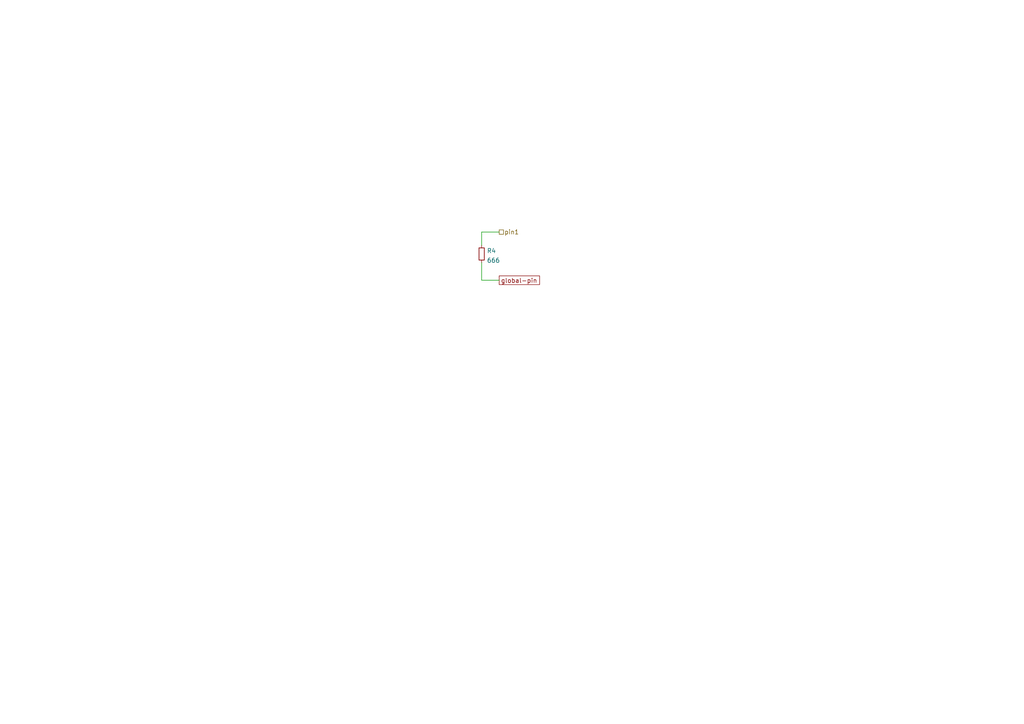
<source format=kicad_sch>
(kicad_sch (version 20211123) (generator eeschema)
  (paper "A4")
  (lib_symbols
    (symbol "Device:R_Small" (pin_numbers hide) (pin_names (offset 0.254) hide)
      (property "Reference" "R" (at 0.762 0.508 0))
      (property "Value" "R_Small" (at 0.762 -1.016 0))
      (symbol "R_Small_0_1"
        (rectangle (start -0.762 1.778) (end 0.762 -1.778) (stroke (width 0.2032)))
      )
      (symbol "R_Small_1_1"
        (pin passive line (at 0 2.54 270) (length 0.762) (name "~") (number "1"))
        (pin passive line (at 0 -2.54 90) (length 0.762) (name "~") (number "2"))
      )
    )
  )
  (wire (pts (xy 139.7 81.28) (xy 139.7 76.2)))
  (wire (pts (xy 144.78 81.28) (xy 139.7 81.28)))
  (wire (pts (xy 139.7 67.31) (xy 139.7 71.12)))
  (wire (pts (xy 144.78 67.31) (xy 139.7 67.31)))
  (global_label "global-pin" (shape passive) (at 144.78 81.28 0) (property "Intersheet References" "${INTERSHEET_REFS}" (effects hide)))
  (hierarchical_label "pin1" (shape passive) (at 144.78 67.31 0))
  (symbol (lib_id "Device:R_Small") (at 139.7 73.66 0)
    (property "Reference" "R4" (at 141.1986 72.7515 0) (effects (justify left)))
    (property "Value" "666" (at 141.1986 75.5266 0) (effects (justify left)))
    (property "Footprint" "Resistor_SMD:R_01005_0402Metric" (effects hide))
  )
)
</source>
